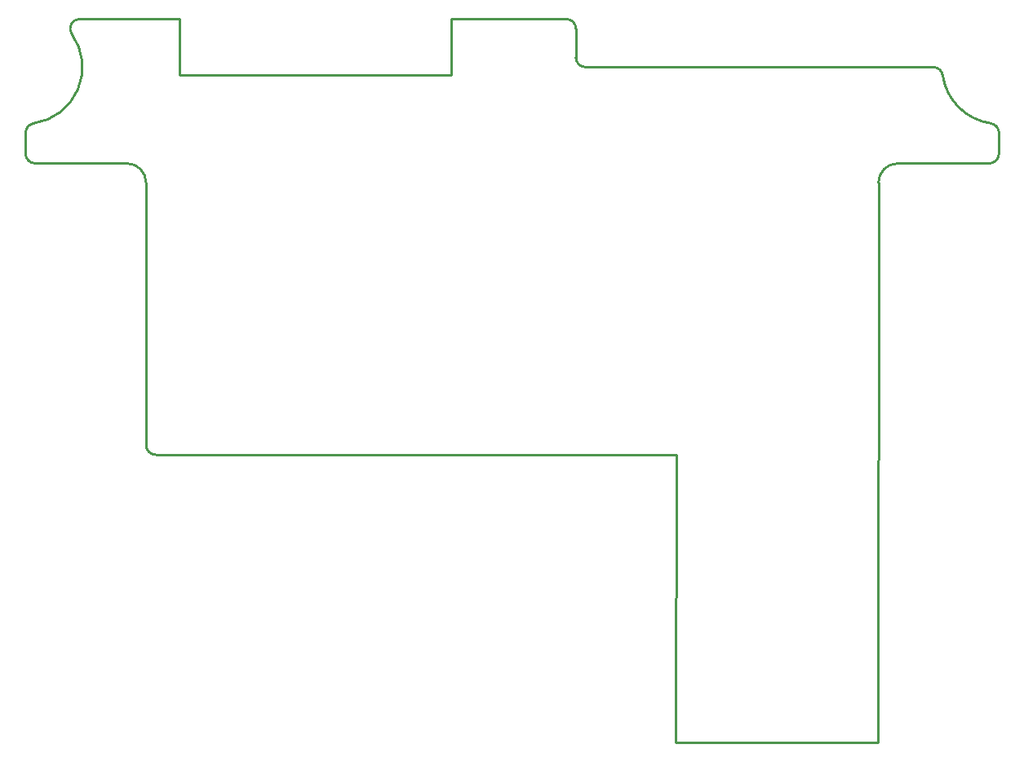
<source format=gbr>
%TF.GenerationSoftware,KiCad,Pcbnew,6.0.6-3a73a75311~116~ubuntu20.04.1*%
%TF.CreationDate,2022-07-05T17:12:33+08:00*%
%TF.ProjectId,ESP32_MAIN_V5,45535033-325f-44d4-9149-4e5f56352e6b,rev?*%
%TF.SameCoordinates,Original*%
%TF.FileFunction,Profile,NP*%
%FSLAX46Y46*%
G04 Gerber Fmt 4.6, Leading zero omitted, Abs format (unit mm)*
G04 Created by KiCad (PCBNEW 6.0.6-3a73a75311~116~ubuntu20.04.1) date 2022-07-05 17:12:33*
%MOMM*%
%LPD*%
G01*
G04 APERTURE LIST*
%TA.AperFunction,Profile*%
%ADD10C,0.250000*%
%TD*%
G04 APERTURE END LIST*
D10*
X164642800Y-107696000D02*
X185674000Y-107696000D01*
X97200988Y-46515212D02*
G75*
G03*
X98201000Y-47515212I1000012J12D01*
G01*
X98056072Y-43352919D02*
G75*
G03*
X102008454Y-34094922I-855072J5837709D01*
G01*
X109700988Y-76778512D02*
G75*
G03*
X110701000Y-77778512I1000012J12D01*
G01*
X141351000Y-38354000D02*
X141351000Y-32512000D01*
X112014000Y-32512000D02*
X113157000Y-32512000D01*
X154298388Y-33515212D02*
G75*
G03*
X153298359Y-32515212I-999988J12D01*
G01*
X192363280Y-38370285D02*
G75*
G03*
X197345927Y-43352921I5837720J855085D01*
G01*
X154298388Y-36515212D02*
G75*
G03*
X155298359Y-37515212I1000012J12D01*
G01*
X191373848Y-37515212D02*
X155298359Y-37515212D01*
X192363318Y-38370280D02*
G75*
G03*
X191373848Y-37515212I-989518J-145020D01*
G01*
X102823277Y-32515174D02*
G75*
G03*
X102008454Y-34094922I23J-1000026D01*
G01*
X141351000Y-32512000D02*
X153298359Y-32515212D01*
X198201023Y-44342364D02*
G75*
G03*
X197345927Y-43352921I-999923J64D01*
G01*
X164701000Y-77778512D02*
X110701000Y-77778512D01*
X187701000Y-47515212D02*
X197201000Y-47515212D01*
X113157000Y-38354000D02*
X141351000Y-38354000D01*
X98056077Y-43352957D02*
G75*
G03*
X97201000Y-44342364I144923J-989443D01*
G01*
X109700988Y-49515212D02*
G75*
G03*
X107701000Y-47515212I-1999988J12D01*
G01*
X102823277Y-32515212D02*
X112014000Y-32512000D01*
X97201000Y-44342364D02*
X97201000Y-46515212D01*
X113157000Y-32512000D02*
X113157000Y-38354000D01*
X197201000Y-47515300D02*
G75*
G03*
X198201000Y-46515212I-100J1000100D01*
G01*
X98201000Y-47515212D02*
X107701000Y-47515212D01*
X198201000Y-46515212D02*
X198201000Y-44342364D01*
X164642800Y-107696000D02*
X164701000Y-77778512D01*
X185674000Y-107696000D02*
X185701000Y-49515212D01*
X154298359Y-36515212D02*
X154298359Y-33515212D01*
X109701000Y-49515212D02*
X109701000Y-76778512D01*
X187701000Y-47515300D02*
G75*
G03*
X185701000Y-49515212I-100J-1999900D01*
G01*
M02*

</source>
